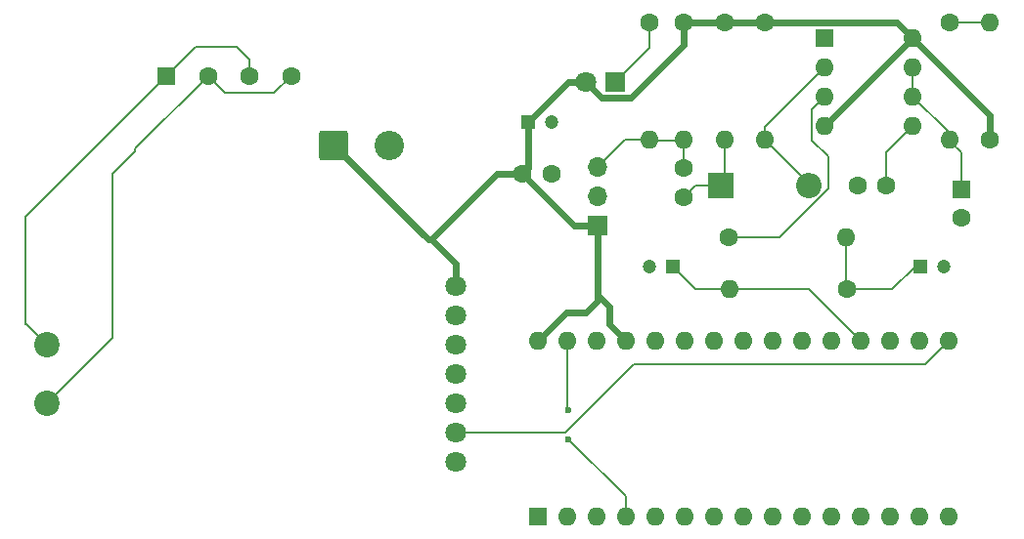
<source format=gtl>
%TF.GenerationSoftware,KiCad,Pcbnew,8.0.8-8.0.8-0~ubuntu24.04.1*%
%TF.CreationDate,2025-02-23T19:20:25-07:00*%
%TF.ProjectId,Speedometer,53706565-646f-46d6-9574-65722e6b6963,v1*%
%TF.SameCoordinates,Original*%
%TF.FileFunction,Copper,L1,Top*%
%TF.FilePolarity,Positive*%
%FSLAX46Y46*%
G04 Gerber Fmt 4.6, Leading zero omitted, Abs format (unit mm)*
G04 Created by KiCad (PCBNEW 8.0.8-8.0.8-0~ubuntu24.04.1) date 2025-02-23 19:20:25*
%MOMM*%
%LPD*%
G01*
G04 APERTURE LIST*
G04 Aperture macros list*
%AMRoundRect*
0 Rectangle with rounded corners*
0 $1 Rounding radius*
0 $2 $3 $4 $5 $6 $7 $8 $9 X,Y pos of 4 corners*
0 Add a 4 corners polygon primitive as box body*
4,1,4,$2,$3,$4,$5,$6,$7,$8,$9,$2,$3,0*
0 Add four circle primitives for the rounded corners*
1,1,$1+$1,$2,$3*
1,1,$1+$1,$4,$5*
1,1,$1+$1,$6,$7*
1,1,$1+$1,$8,$9*
0 Add four rect primitives between the rounded corners*
20,1,$1+$1,$2,$3,$4,$5,0*
20,1,$1+$1,$4,$5,$6,$7,0*
20,1,$1+$1,$6,$7,$8,$9,0*
20,1,$1+$1,$8,$9,$2,$3,0*%
G04 Aperture macros list end*
%TA.AperFunction,ComponentPad*%
%ADD10C,1.800000*%
%TD*%
%TA.AperFunction,ComponentPad*%
%ADD11C,2.200000*%
%TD*%
%TA.AperFunction,ComponentPad*%
%ADD12R,1.800000X1.800000*%
%TD*%
%TA.AperFunction,ComponentPad*%
%ADD13C,1.600000*%
%TD*%
%TA.AperFunction,ComponentPad*%
%ADD14O,1.600000X1.600000*%
%TD*%
%TA.AperFunction,ComponentPad*%
%ADD15R,1.600000X1.600000*%
%TD*%
%TA.AperFunction,ComponentPad*%
%ADD16R,1.200000X1.200000*%
%TD*%
%TA.AperFunction,ComponentPad*%
%ADD17C,1.200000*%
%TD*%
%TA.AperFunction,ComponentPad*%
%ADD18RoundRect,0.249999X-1.025001X-1.025001X1.025001X-1.025001X1.025001X1.025001X-1.025001X1.025001X0*%
%TD*%
%TA.AperFunction,ComponentPad*%
%ADD19C,2.550000*%
%TD*%
%TA.AperFunction,ComponentPad*%
%ADD20RoundRect,0.250000X-0.550000X-0.550000X0.550000X-0.550000X0.550000X0.550000X-0.550000X0.550000X0*%
%TD*%
%TA.AperFunction,ComponentPad*%
%ADD21R,2.200000X2.200000*%
%TD*%
%TA.AperFunction,ComponentPad*%
%ADD22O,2.200000X2.200000*%
%TD*%
%TA.AperFunction,ComponentPad*%
%ADD23R,1.700000X1.700000*%
%TD*%
%TA.AperFunction,ComponentPad*%
%ADD24O,1.700000X1.700000*%
%TD*%
%TA.AperFunction,ViaPad*%
%ADD25C,0.600000*%
%TD*%
%TA.AperFunction,Conductor*%
%ADD26C,0.200000*%
%TD*%
%TA.AperFunction,Conductor*%
%ADD27C,0.600000*%
%TD*%
G04 APERTURE END LIST*
D10*
%TO.P,UNIT_1,1,INT*%
%TO.N,unconnected-(UNIT_1-INT-Pad1)*%
X112260000Y-87470000D03*
%TO.P,UNIT_1,2,SCK*%
%TO.N,SCK*%
X112260000Y-84930000D03*
%TO.P,UNIT_1,3,SI*%
%TO.N,SI*%
X112260000Y-82390000D03*
%TO.P,UNIT_1,4,SO*%
%TO.N,SO*%
X112260000Y-79850000D03*
%TO.P,UNIT_1,5,CS*%
%TO.N,CS*%
X112260000Y-77310000D03*
%TO.P,UNIT_1,6,GND*%
%TO.N,GND*%
X112260000Y-74770000D03*
%TO.P,UNIT_1,7,VCC*%
%TO.N,+5V*%
X112260000Y-72230000D03*
D11*
%TO.P,UNIT_1,8,High_CAN*%
%TO.N,High*%
X76820000Y-82370000D03*
%TO.P,UNIT_1,9,Low_CAN*%
%TO.N,Low*%
X76840000Y-77290000D03*
%TD*%
D12*
%TO.P,D1,1,K*%
%TO.N,Net-(D1-K)*%
X126040000Y-54500000D03*
D10*
%TO.P,D1,2,A*%
%TO.N,+5V*%
X123500000Y-54500000D03*
%TD*%
D13*
%TO.P,C2,1*%
%TO.N,+5V*%
X118000000Y-62500000D03*
%TO.P,C2,2*%
%TO.N,GND*%
X120500000Y-62500000D03*
%TD*%
%TO.P,R1,1*%
%TO.N,Net-(D1-K)*%
X129000000Y-49340000D03*
D14*
%TO.P,R1,2*%
%TO.N,/Hall_Out*%
X129000000Y-59500000D03*
%TD*%
D13*
%TO.P,R3,1*%
%TO.N,+5V*%
X135500000Y-49340000D03*
D14*
%TO.P,R3,2*%
%TO.N,/Diff*%
X135500000Y-59500000D03*
%TD*%
D15*
%TO.P,UNIT_2,1,D1/TX*%
%TO.N,unconnected-(UNIT_2-D1{slash}TX-Pad1)*%
X119340000Y-92240000D03*
D14*
%TO.P,UNIT_2,2,D0/RX*%
%TO.N,unconnected-(UNIT_2-D0{slash}RX-Pad2)*%
X121880000Y-92240000D03*
%TO.P,UNIT_2,3,RESET*%
%TO.N,unconnected-(UNIT_2-RESET-Pad3)*%
X124420000Y-92240000D03*
%TO.P,UNIT_2,4,COM/GND*%
%TO.N,GND*%
X126960000Y-92240000D03*
%TO.P,UNIT_2,5,D2*%
%TO.N,unconnected-(UNIT_2-D2-Pad5)*%
X129500000Y-92240000D03*
%TO.P,UNIT_2,6,D3*%
%TO.N,unconnected-(UNIT_2-D3-Pad6)*%
X132040000Y-92240000D03*
%TO.P,UNIT_2,7,D4*%
%TO.N,unconnected-(UNIT_2-D4-Pad7)*%
X134580000Y-92240000D03*
%TO.P,UNIT_2,8,D5*%
%TO.N,unconnected-(UNIT_2-D5-Pad8)*%
X137120000Y-92240000D03*
%TO.P,UNIT_2,9,D6*%
%TO.N,unconnected-(UNIT_2-D6-Pad9)*%
X139660000Y-92240000D03*
%TO.P,UNIT_2,10,D7*%
%TO.N,unconnected-(UNIT_2-D7-Pad10)*%
X142200000Y-92240000D03*
%TO.P,UNIT_2,11,D8*%
%TO.N,unconnected-(UNIT_2-D8-Pad11)*%
X144740000Y-92240000D03*
%TO.P,UNIT_2,12,D9*%
%TO.N,unconnected-(UNIT_2-D9-Pad12)*%
X147280000Y-92240000D03*
%TO.P,UNIT_2,13,D10*%
%TO.N,CS*%
X149820000Y-92240000D03*
%TO.P,UNIT_2,14,D11/MOSI*%
%TO.N,SI*%
X152360000Y-92240000D03*
%TO.P,UNIT_2,15,D12/MISO*%
%TO.N,SO*%
X154900000Y-92240000D03*
%TO.P,UNIT_2,16,D13/SCK*%
%TO.N,SCK*%
X154900000Y-77000000D03*
%TO.P,UNIT_2,17,3V3*%
%TO.N,unconnected-(UNIT_2-3V3-Pad17)*%
X152360000Y-77000000D03*
%TO.P,UNIT_2,18,AREF*%
%TO.N,unconnected-(UNIT_2-AREF-Pad18)*%
X149820000Y-77000000D03*
%TO.P,UNIT_2,19,A0*%
%TO.N,/Nano_Input*%
X147280000Y-77000000D03*
%TO.P,UNIT_2,20,A1*%
%TO.N,unconnected-(UNIT_2-A1-Pad20)*%
X144740000Y-77000000D03*
%TO.P,UNIT_2,21,A2*%
%TO.N,unconnected-(UNIT_2-A2-Pad21)*%
X142200000Y-77000000D03*
%TO.P,UNIT_2,22,A3*%
%TO.N,unconnected-(UNIT_2-A3-Pad22)*%
X139660000Y-77000000D03*
%TO.P,UNIT_2,23,A4*%
%TO.N,unconnected-(UNIT_2-A4-Pad23)*%
X137120000Y-77000000D03*
%TO.P,UNIT_2,24,A5*%
%TO.N,unconnected-(UNIT_2-A5-Pad24)*%
X134580000Y-77000000D03*
%TO.P,UNIT_2,25,A6*%
%TO.N,unconnected-(UNIT_2-A6-Pad25)*%
X132040000Y-77000000D03*
%TO.P,UNIT_2,26,A7*%
%TO.N,unconnected-(UNIT_2-A7-Pad26)*%
X129500000Y-77000000D03*
%TO.P,UNIT_2,27,+5V*%
%TO.N,+5V*%
X126960000Y-77000000D03*
%TO.P,UNIT_2,28,RESET*%
%TO.N,unconnected-(UNIT_2-RESET-Pad28)*%
X124420000Y-77000000D03*
%TO.P,UNIT_2,29,COM/GND*%
%TO.N,GND*%
X121880000Y-77000000D03*
%TO.P,UNIT_2,30,VIN*%
%TO.N,+5V*%
X119340000Y-77000000D03*
%TD*%
D16*
%TO.P,C1,1*%
%TO.N,+5V*%
X118500000Y-58000000D03*
D17*
%TO.P,C1,2*%
%TO.N,GND*%
X120500000Y-58000000D03*
%TD*%
D13*
%TO.P,R7,1*%
%TO.N,/NE555_Out*%
X135840000Y-68000000D03*
D14*
%TO.P,R7,2*%
%TO.N,/Filter1*%
X146000000Y-68000000D03*
%TD*%
D13*
%TO.P,C3,1*%
%TO.N,/Hall_Out*%
X132000000Y-62000000D03*
%TO.P,C3,2*%
%TO.N,/Diff*%
X132000000Y-64500000D03*
%TD*%
%TO.P,R2,1*%
%TO.N,+5V*%
X132000000Y-49340000D03*
D14*
%TO.P,R2,2*%
%TO.N,/Hall_Out*%
X132000000Y-59500000D03*
%TD*%
D13*
%TO.P,R5,1*%
%TO.N,+5V*%
X158500000Y-59500000D03*
D14*
%TO.P,R5,2*%
%TO.N,Net-(R5-Pad2)*%
X158500000Y-49340000D03*
%TD*%
D16*
%TO.P,C6,1*%
%TO.N,/Filter1*%
X152500000Y-70500000D03*
D17*
%TO.P,C6,2*%
%TO.N,GND*%
X154500000Y-70500000D03*
%TD*%
D18*
%TO.P,J1,1,Pin_1*%
%TO.N,+5V*%
X101700000Y-60000000D03*
D19*
%TO.P,J1,2,Pin_2*%
%TO.N,GND*%
X106500000Y-60000000D03*
%TD*%
D13*
%TO.P,R6,1*%
%TO.N,Net-(R5-Pad2)*%
X155000000Y-49340000D03*
D14*
%TO.P,R6,2*%
%TO.N,/DIS_THR*%
X155000000Y-59500000D03*
%TD*%
D20*
%TO.P,J2,1,Pin_1*%
%TO.N,Low*%
X87200000Y-54000000D03*
D13*
%TO.P,J2,2,Pin_2*%
%TO.N,High*%
X90800000Y-54000000D03*
%TO.P,J2,3,Pin_3*%
%TO.N,Low*%
X94400000Y-54000000D03*
%TO.P,J2,4,Pin_4*%
%TO.N,High*%
X98000000Y-54000000D03*
%TD*%
%TO.P,C4,1*%
%TO.N,GND*%
X147020000Y-63500000D03*
%TO.P,C4,2*%
%TO.N,/CV*%
X149520000Y-63500000D03*
%TD*%
D15*
%TO.P,U2,1,GND*%
%TO.N,GND*%
X144200000Y-50700000D03*
D14*
%TO.P,U2,2,TR*%
%TO.N,/Rect*%
X144200000Y-53240000D03*
%TO.P,U2,3,Q*%
%TO.N,/NE555_Out*%
X144200000Y-55780000D03*
%TO.P,U2,4,R*%
%TO.N,+5V*%
X144200000Y-58320000D03*
%TO.P,U2,5,CV*%
%TO.N,/CV*%
X151820000Y-58320000D03*
%TO.P,U2,6,THR*%
%TO.N,/DIS_THR*%
X151820000Y-55780000D03*
%TO.P,U2,7,DIS*%
X151820000Y-53240000D03*
%TO.P,U2,8,VCC*%
%TO.N,+5V*%
X151820000Y-50700000D03*
%TD*%
D15*
%TO.P,C5,1*%
%TO.N,/DIS_THR*%
X156000000Y-63817621D03*
D13*
%TO.P,C5,2*%
%TO.N,GND*%
X156000000Y-66317621D03*
%TD*%
D21*
%TO.P,D2,1,K*%
%TO.N,/Diff*%
X135190000Y-63500000D03*
D22*
%TO.P,D2,2,A*%
%TO.N,/Rect*%
X142810000Y-63500000D03*
%TD*%
D13*
%TO.P,R8,1*%
%TO.N,/Filter1*%
X146080000Y-72500000D03*
D14*
%TO.P,R8,2*%
%TO.N,/Nano_Input*%
X135920000Y-72500000D03*
%TD*%
D23*
%TO.P,U1,1,Vcc*%
%TO.N,+5V*%
X124500000Y-67000000D03*
D24*
%TO.P,U1,2,GND*%
%TO.N,GND*%
X124500000Y-64460000D03*
%TO.P,U1,3,OUT*%
%TO.N,/Hall_Out*%
X124500000Y-61920000D03*
%TD*%
D13*
%TO.P,R4,1*%
%TO.N,+5V*%
X139000000Y-49340000D03*
D14*
%TO.P,R4,2*%
%TO.N,/Rect*%
X139000000Y-59500000D03*
%TD*%
D16*
%TO.P,C7,1*%
%TO.N,/Nano_Input*%
X131000000Y-70500000D03*
D17*
%TO.P,C7,2*%
%TO.N,GND*%
X129000000Y-70500000D03*
%TD*%
D25*
%TO.N,GND*%
X122000000Y-85500000D03*
X122000000Y-83000000D03*
%TD*%
D26*
%TO.N,SCK*%
X112260000Y-84930000D02*
X121721471Y-84930000D01*
X152900000Y-79000000D02*
X154900000Y-77000000D01*
X121721471Y-84930000D02*
X127651471Y-79000000D01*
X127651471Y-79000000D02*
X152900000Y-79000000D01*
%TO.N,Low*%
X87200000Y-54000000D02*
X75000000Y-66200000D01*
X75000000Y-66200000D02*
X75000000Y-75500000D01*
X75000000Y-75500000D02*
X75050000Y-75500000D01*
X75050000Y-75500000D02*
X76840000Y-77290000D01*
%TO.N,High*%
X90800000Y-54000000D02*
X84500000Y-60300000D01*
X84500000Y-60300000D02*
X84500000Y-60500000D01*
X84500000Y-60500000D02*
X82500000Y-62500000D01*
X82500000Y-76690000D02*
X76820000Y-82370000D01*
X82500000Y-62500000D02*
X82500000Y-76690000D01*
D27*
%TO.N,+5V*%
X110150000Y-68150000D02*
X109850000Y-68150000D01*
X109850000Y-68150000D02*
X101700000Y-60000000D01*
X110150000Y-68150000D02*
X115800000Y-62500000D01*
X110150000Y-68150000D02*
X112260000Y-70260000D01*
X112260000Y-70260000D02*
X112260000Y-72230000D01*
X115800000Y-62500000D02*
X118000000Y-62500000D01*
X124500000Y-73000000D02*
X125500000Y-74000000D01*
X125500000Y-75540000D02*
X126960000Y-77000000D01*
X125500000Y-74000000D02*
X125500000Y-75540000D01*
X121840000Y-74500000D02*
X123500000Y-74500000D01*
X119340000Y-77000000D02*
X121840000Y-74500000D01*
X124500000Y-67000000D02*
X124500000Y-73000000D01*
X123500000Y-74500000D02*
X124500000Y-73500000D01*
X124500000Y-73500000D02*
X124500000Y-73000000D01*
D26*
%TO.N,GND*%
X122000000Y-83000000D02*
X121880000Y-82880000D01*
X121880000Y-82880000D02*
X121880000Y-77000000D01*
X126960000Y-90460000D02*
X122000000Y-85500000D01*
X126960000Y-92240000D02*
X126960000Y-90460000D01*
%TO.N,Net-(D1-K)*%
X129000000Y-51540000D02*
X126040000Y-54500000D01*
X129000000Y-51540000D02*
X129000000Y-49340000D01*
D27*
%TO.N,+5V*%
X132000000Y-49340000D02*
X132000000Y-51340000D01*
X135500000Y-49340000D02*
X139000000Y-49340000D01*
X122500000Y-67000000D02*
X124500000Y-67000000D01*
X122000000Y-54500000D02*
X123500000Y-54500000D01*
X150460000Y-49340000D02*
X139000000Y-49340000D01*
X151820000Y-50700000D02*
X158500000Y-57380000D01*
D26*
X138920000Y-49420000D02*
X139000000Y-49340000D01*
D27*
X118500000Y-58000000D02*
X122000000Y-54500000D01*
X118500000Y-58000000D02*
X118500000Y-62000000D01*
X158500000Y-57380000D02*
X158500000Y-59500000D01*
X127440000Y-55900000D02*
X124900000Y-55900000D01*
X124900000Y-55900000D02*
X123500000Y-54500000D01*
X144200000Y-58320000D02*
X151820000Y-50700000D01*
X132000000Y-49340000D02*
X135500000Y-49340000D01*
X132000000Y-51340000D02*
X127440000Y-55900000D01*
D26*
X123500000Y-54500000D02*
X123500000Y-55000000D01*
D27*
X118500000Y-62000000D02*
X118000000Y-62500000D01*
X151820000Y-50700000D02*
X150460000Y-49340000D01*
X118000000Y-62500000D02*
X122500000Y-67000000D01*
D26*
%TO.N,/Nano_Input*%
X135920000Y-72500000D02*
X133000000Y-72500000D01*
X135920000Y-72500000D02*
X142780000Y-72500000D01*
X133000000Y-72500000D02*
X131000000Y-70500000D01*
X142780000Y-72500000D02*
X147280000Y-77000000D01*
%TO.N,Net-(R5-Pad2)*%
X155160000Y-49340000D02*
X155000000Y-49500000D01*
X155000000Y-49340000D02*
X158500000Y-49340000D01*
%TO.N,/NE555_Out*%
X144500000Y-61000000D02*
X144500000Y-63789899D01*
X140289899Y-68000000D02*
X144500000Y-63789899D01*
X143100000Y-56880000D02*
X143100000Y-59600000D01*
X144200000Y-55780000D02*
X143100000Y-56880000D01*
X135840000Y-68000000D02*
X140289899Y-68000000D01*
X143100000Y-59600000D02*
X144500000Y-61000000D01*
%TO.N,/Diff*%
X133000000Y-63500000D02*
X132000000Y-64500000D01*
X135190000Y-63500000D02*
X133000000Y-63500000D01*
X135500000Y-63190000D02*
X135190000Y-63500000D01*
X135500000Y-59580000D02*
X135500000Y-63190000D01*
%TO.N,/Hall_Out*%
X129000000Y-59500000D02*
X126920000Y-59500000D01*
X126920000Y-59500000D02*
X124500000Y-61920000D01*
X129000000Y-59580000D02*
X132000000Y-59580000D01*
X132000000Y-59580000D02*
X132000000Y-62000000D01*
%TO.N,/CV*%
X149500000Y-63500000D02*
X149500000Y-60640000D01*
X149500000Y-60640000D02*
X151820000Y-58320000D01*
%TO.N,/DIS_THR*%
X156000000Y-60660000D02*
X155000000Y-59660000D01*
X151820000Y-55780000D02*
X155000000Y-58960000D01*
X151820000Y-55780000D02*
X151820000Y-53240000D01*
X155000000Y-58960000D02*
X155000000Y-59660000D01*
X156000000Y-63817621D02*
X156000000Y-60660000D01*
%TO.N,/Filter1*%
X150000000Y-72500000D02*
X146080000Y-72500000D01*
X146000000Y-72420000D02*
X146080000Y-72500000D01*
X152000000Y-70500000D02*
X150000000Y-72500000D01*
X152500000Y-70500000D02*
X152000000Y-70500000D01*
X146000000Y-68000000D02*
X146000000Y-72420000D01*
%TO.N,/Rect*%
X142810000Y-63310000D02*
X142810000Y-63500000D01*
X139000000Y-58440000D02*
X144200000Y-53240000D01*
X139000000Y-59500000D02*
X139000000Y-58440000D01*
X139000000Y-59500000D02*
X142810000Y-63310000D01*
%TO.N,High*%
X90800000Y-54000000D02*
X92300000Y-55500000D01*
X96500000Y-55500000D02*
X98000000Y-54000000D01*
X92300000Y-55500000D02*
X96500000Y-55500000D01*
%TO.N,Low*%
X93300000Y-51500000D02*
X94400000Y-52600000D01*
X89700000Y-51500000D02*
X93300000Y-51500000D01*
X87200000Y-54000000D02*
X89700000Y-51500000D01*
X94400000Y-52600000D02*
X94400000Y-54000000D01*
%TD*%
M02*

</source>
